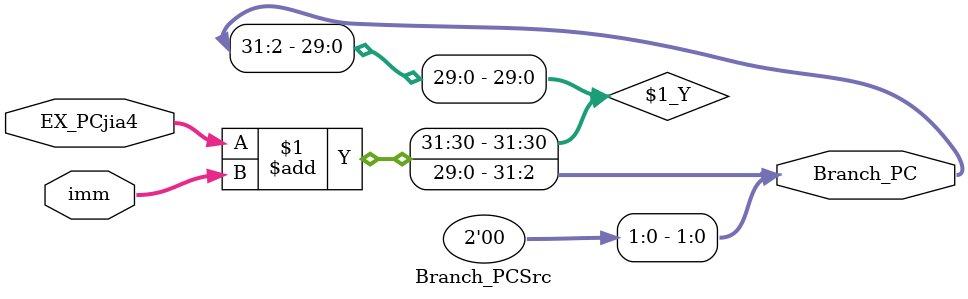
<source format=v>
`timescale 1ns / 1ps


module Branch_PCSrc(
input wire [31:0] EX_PCjia4,
input wire [31:0] imm,
output wire [31:0] Branch_PC 
    );
    assign Branch_PC=EX_PCjia4+imm<<2;
endmodule

</source>
